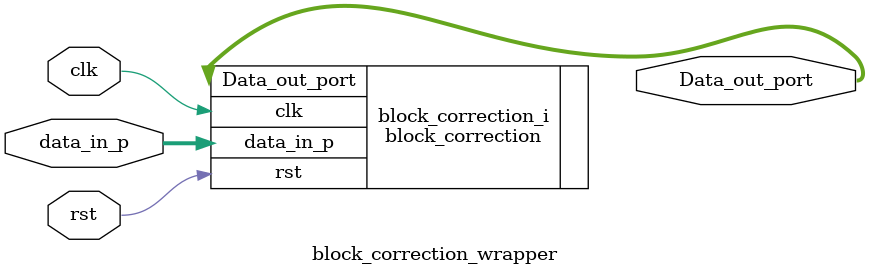
<source format=v>
`timescale 1 ps / 1 ps

module block_correction_wrapper
   (Data_out_port,
    clk,
    data_in_p,
    rst);
  output [63:0]Data_out_port;
  input clk;
  input [79:0]data_in_p;
  input rst;

  wire [63:0]Data_out_port;
  wire clk;
  wire [79:0]data_in_p;
  wire rst;

  block_correction block_correction_i
       (.Data_out_port(Data_out_port),
        .clk(clk),
        .data_in_p(data_in_p),
        .rst(rst));
endmodule

</source>
